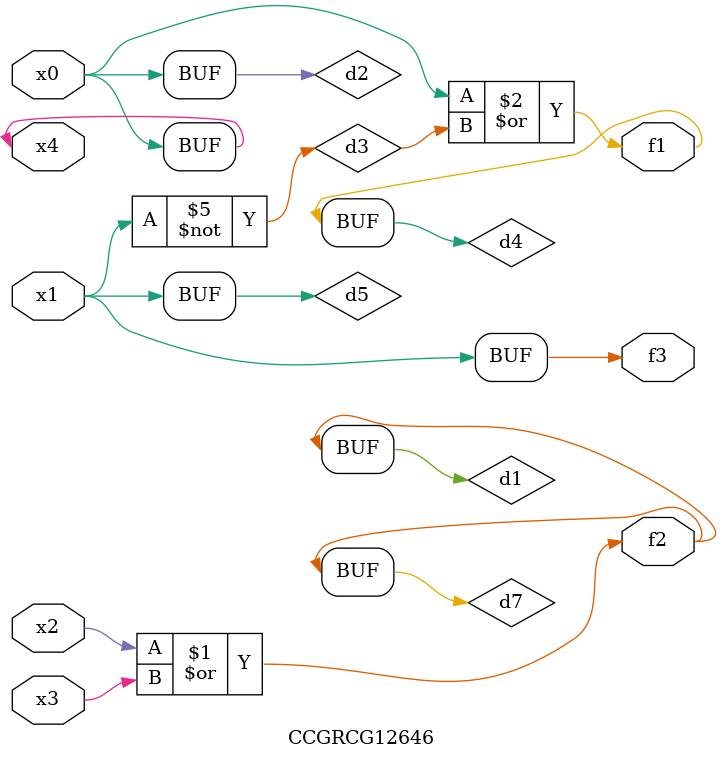
<source format=v>
module CCGRCG12646(
	input x0, x1, x2, x3, x4,
	output f1, f2, f3
);

	wire d1, d2, d3, d4, d5, d6, d7;

	or (d1, x2, x3);
	buf (d2, x0, x4);
	not (d3, x1);
	or (d4, d2, d3);
	not (d5, d3);
	nand (d6, d1, d3);
	or (d7, d1);
	assign f1 = d4;
	assign f2 = d7;
	assign f3 = d5;
endmodule

</source>
